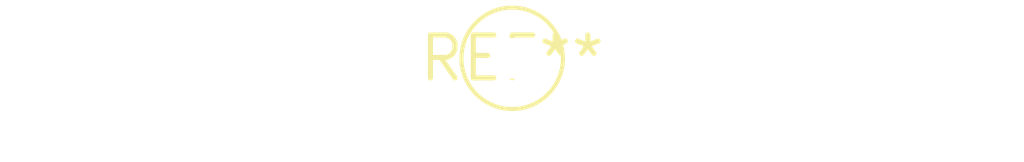
<source format=kicad_pcb>
(kicad_pcb (version 20240108) (generator pcbnew)
  (layers (0 "F.Cu" signal) (31 "B.Cu" signal) (34 "B.Paste" user) (35 "F.Paste" user) (36 "B.SilkS" user "B.Silkscreen") (37 "F.SilkS" user "F.Silkscreen") (38 "B.Mask" user) (39 "F.Mask" user) (44 "Edge.Cuts" user))
  (net 0 "")
  (footprint "Pin_D1.0mm_L10.0mm_LooseFit" (layer "F.Cu") (at 0 0)
    (property "Reference" "REF**")
    (property "Value" "Pin_D1.0mm_L10.0mm_LooseFit")
    (fp_circle (center 0 0) (end 1.5 0.05) (layer "F.SilkS") (stroke (width 0.12)) (fill none))
    (pad "1" thru_hole circle (at 0 0) (size 2.4 2.4) (drill 1.2) (layers *.Cu *.Mask) (remove_unused_layers))
  )
)
</source>
